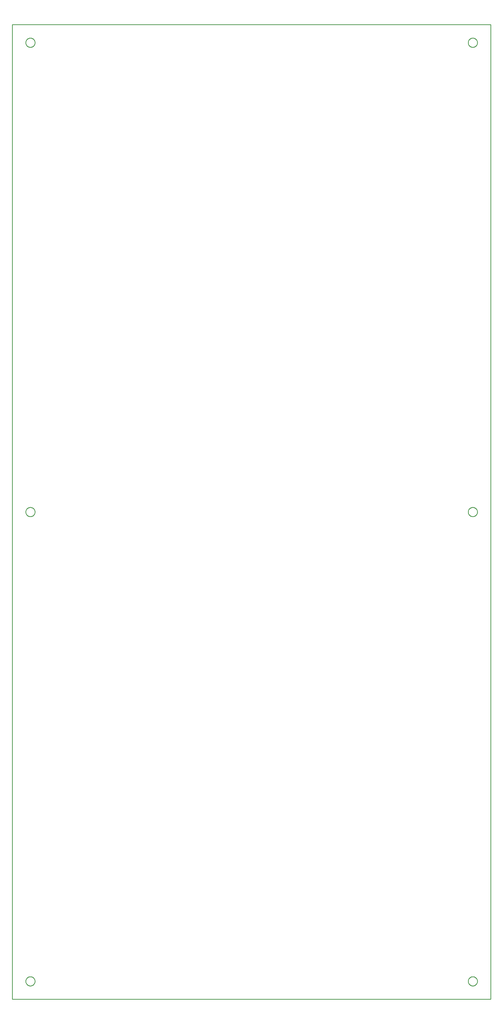
<source format=gbr>
G04 EAGLE Gerber RS-274X export*
G75*
%MOMM*%
%FSLAX34Y34*%
%LPD*%
%IN*%
%IPPOS*%
%AMOC8*
5,1,8,0,0,1.08239X$1,22.5*%
G01*
%ADD10C,0.254000*%


D10*
X0Y0D02*
X1714500Y0D01*
X1714500Y3492500D01*
X0Y3492500D01*
X0Y0D01*
X1666500Y3427460D02*
X1666429Y3426382D01*
X1666288Y3425311D01*
X1666078Y3424251D01*
X1665798Y3423208D01*
X1665451Y3422185D01*
X1665037Y3421187D01*
X1664560Y3420218D01*
X1664019Y3419282D01*
X1663419Y3418384D01*
X1662762Y3417527D01*
X1662049Y3416715D01*
X1661285Y3415951D01*
X1660473Y3415239D01*
X1659616Y3414581D01*
X1658718Y3413981D01*
X1657782Y3413441D01*
X1656813Y3412963D01*
X1655815Y3412549D01*
X1654792Y3412202D01*
X1653749Y3411922D01*
X1652689Y3411712D01*
X1651618Y3411571D01*
X1650540Y3411500D01*
X1649460Y3411500D01*
X1648382Y3411571D01*
X1647311Y3411712D01*
X1646251Y3411922D01*
X1645208Y3412202D01*
X1644185Y3412549D01*
X1643187Y3412963D01*
X1642218Y3413441D01*
X1641282Y3413981D01*
X1640384Y3414581D01*
X1639527Y3415239D01*
X1638715Y3415951D01*
X1637951Y3416715D01*
X1637239Y3417527D01*
X1636581Y3418384D01*
X1635981Y3419282D01*
X1635441Y3420218D01*
X1634963Y3421187D01*
X1634549Y3422185D01*
X1634202Y3423208D01*
X1633922Y3424251D01*
X1633712Y3425311D01*
X1633571Y3426382D01*
X1633500Y3427460D01*
X1633500Y3428540D01*
X1633571Y3429618D01*
X1633712Y3430689D01*
X1633922Y3431749D01*
X1634202Y3432792D01*
X1634549Y3433815D01*
X1634963Y3434813D01*
X1635441Y3435782D01*
X1635981Y3436718D01*
X1636581Y3437616D01*
X1637239Y3438473D01*
X1637951Y3439285D01*
X1638715Y3440049D01*
X1639527Y3440762D01*
X1640384Y3441419D01*
X1641282Y3442019D01*
X1642218Y3442560D01*
X1643187Y3443037D01*
X1644185Y3443451D01*
X1645208Y3443798D01*
X1646251Y3444078D01*
X1647311Y3444288D01*
X1648382Y3444429D01*
X1649460Y3444500D01*
X1650540Y3444500D01*
X1651618Y3444429D01*
X1652689Y3444288D01*
X1653749Y3444078D01*
X1654792Y3443798D01*
X1655815Y3443451D01*
X1656813Y3443037D01*
X1657782Y3442560D01*
X1658718Y3442019D01*
X1659616Y3441419D01*
X1660473Y3440762D01*
X1661285Y3440049D01*
X1662049Y3439285D01*
X1662762Y3438473D01*
X1663419Y3437616D01*
X1664019Y3436718D01*
X1664560Y3435782D01*
X1665037Y3434813D01*
X1665451Y3433815D01*
X1665798Y3432792D01*
X1666078Y3431749D01*
X1666288Y3430689D01*
X1666429Y3429618D01*
X1666500Y3428540D01*
X1666500Y3427460D01*
X81000Y3427460D02*
X80929Y3426382D01*
X80788Y3425311D01*
X80578Y3424251D01*
X80298Y3423208D01*
X79951Y3422185D01*
X79537Y3421187D01*
X79060Y3420218D01*
X78519Y3419282D01*
X77919Y3418384D01*
X77262Y3417527D01*
X76549Y3416715D01*
X75785Y3415951D01*
X74973Y3415239D01*
X74116Y3414581D01*
X73218Y3413981D01*
X72282Y3413441D01*
X71313Y3412963D01*
X70315Y3412549D01*
X69292Y3412202D01*
X68249Y3411922D01*
X67189Y3411712D01*
X66118Y3411571D01*
X65040Y3411500D01*
X63960Y3411500D01*
X62882Y3411571D01*
X61811Y3411712D01*
X60751Y3411922D01*
X59708Y3412202D01*
X58685Y3412549D01*
X57687Y3412963D01*
X56718Y3413441D01*
X55782Y3413981D01*
X54884Y3414581D01*
X54027Y3415239D01*
X53215Y3415951D01*
X52451Y3416715D01*
X51739Y3417527D01*
X51081Y3418384D01*
X50481Y3419282D01*
X49941Y3420218D01*
X49463Y3421187D01*
X49049Y3422185D01*
X48702Y3423208D01*
X48422Y3424251D01*
X48212Y3425311D01*
X48071Y3426382D01*
X48000Y3427460D01*
X48000Y3428540D01*
X48071Y3429618D01*
X48212Y3430689D01*
X48422Y3431749D01*
X48702Y3432792D01*
X49049Y3433815D01*
X49463Y3434813D01*
X49941Y3435782D01*
X50481Y3436718D01*
X51081Y3437616D01*
X51739Y3438473D01*
X52451Y3439285D01*
X53215Y3440049D01*
X54027Y3440762D01*
X54884Y3441419D01*
X55782Y3442019D01*
X56718Y3442560D01*
X57687Y3443037D01*
X58685Y3443451D01*
X59708Y3443798D01*
X60751Y3444078D01*
X61811Y3444288D01*
X62882Y3444429D01*
X63960Y3444500D01*
X65040Y3444500D01*
X66118Y3444429D01*
X67189Y3444288D01*
X68249Y3444078D01*
X69292Y3443798D01*
X70315Y3443451D01*
X71313Y3443037D01*
X72282Y3442560D01*
X73218Y3442019D01*
X74116Y3441419D01*
X74973Y3440762D01*
X75785Y3440049D01*
X76549Y3439285D01*
X77262Y3438473D01*
X77919Y3437616D01*
X78519Y3436718D01*
X79060Y3435782D01*
X79537Y3434813D01*
X79951Y3433815D01*
X80298Y3432792D01*
X80578Y3431749D01*
X80788Y3430689D01*
X80929Y3429618D01*
X81000Y3428540D01*
X81000Y3427460D01*
X1666500Y63960D02*
X1666429Y62882D01*
X1666288Y61811D01*
X1666078Y60751D01*
X1665798Y59708D01*
X1665451Y58685D01*
X1665037Y57687D01*
X1664560Y56718D01*
X1664019Y55782D01*
X1663419Y54884D01*
X1662762Y54027D01*
X1662049Y53215D01*
X1661285Y52451D01*
X1660473Y51739D01*
X1659616Y51081D01*
X1658718Y50481D01*
X1657782Y49941D01*
X1656813Y49463D01*
X1655815Y49049D01*
X1654792Y48702D01*
X1653749Y48422D01*
X1652689Y48212D01*
X1651618Y48071D01*
X1650540Y48000D01*
X1649460Y48000D01*
X1648382Y48071D01*
X1647311Y48212D01*
X1646251Y48422D01*
X1645208Y48702D01*
X1644185Y49049D01*
X1643187Y49463D01*
X1642218Y49941D01*
X1641282Y50481D01*
X1640384Y51081D01*
X1639527Y51739D01*
X1638715Y52451D01*
X1637951Y53215D01*
X1637239Y54027D01*
X1636581Y54884D01*
X1635981Y55782D01*
X1635441Y56718D01*
X1634963Y57687D01*
X1634549Y58685D01*
X1634202Y59708D01*
X1633922Y60751D01*
X1633712Y61811D01*
X1633571Y62882D01*
X1633500Y63960D01*
X1633500Y65040D01*
X1633571Y66118D01*
X1633712Y67189D01*
X1633922Y68249D01*
X1634202Y69292D01*
X1634549Y70315D01*
X1634963Y71313D01*
X1635441Y72282D01*
X1635981Y73218D01*
X1636581Y74116D01*
X1637239Y74973D01*
X1637951Y75785D01*
X1638715Y76549D01*
X1639527Y77262D01*
X1640384Y77919D01*
X1641282Y78519D01*
X1642218Y79060D01*
X1643187Y79537D01*
X1644185Y79951D01*
X1645208Y80298D01*
X1646251Y80578D01*
X1647311Y80788D01*
X1648382Y80929D01*
X1649460Y81000D01*
X1650540Y81000D01*
X1651618Y80929D01*
X1652689Y80788D01*
X1653749Y80578D01*
X1654792Y80298D01*
X1655815Y79951D01*
X1656813Y79537D01*
X1657782Y79060D01*
X1658718Y78519D01*
X1659616Y77919D01*
X1660473Y77262D01*
X1661285Y76549D01*
X1662049Y75785D01*
X1662762Y74973D01*
X1663419Y74116D01*
X1664019Y73218D01*
X1664560Y72282D01*
X1665037Y71313D01*
X1665451Y70315D01*
X1665798Y69292D01*
X1666078Y68249D01*
X1666288Y67189D01*
X1666429Y66118D01*
X1666500Y65040D01*
X1666500Y63960D01*
X81000Y63960D02*
X80929Y62882D01*
X80788Y61811D01*
X80578Y60751D01*
X80298Y59708D01*
X79951Y58685D01*
X79537Y57687D01*
X79060Y56718D01*
X78519Y55782D01*
X77919Y54884D01*
X77262Y54027D01*
X76549Y53215D01*
X75785Y52451D01*
X74973Y51739D01*
X74116Y51081D01*
X73218Y50481D01*
X72282Y49941D01*
X71313Y49463D01*
X70315Y49049D01*
X69292Y48702D01*
X68249Y48422D01*
X67189Y48212D01*
X66118Y48071D01*
X65040Y48000D01*
X63960Y48000D01*
X62882Y48071D01*
X61811Y48212D01*
X60751Y48422D01*
X59708Y48702D01*
X58685Y49049D01*
X57687Y49463D01*
X56718Y49941D01*
X55782Y50481D01*
X54884Y51081D01*
X54027Y51739D01*
X53215Y52451D01*
X52451Y53215D01*
X51739Y54027D01*
X51081Y54884D01*
X50481Y55782D01*
X49941Y56718D01*
X49463Y57687D01*
X49049Y58685D01*
X48702Y59708D01*
X48422Y60751D01*
X48212Y61811D01*
X48071Y62882D01*
X48000Y63960D01*
X48000Y65040D01*
X48071Y66118D01*
X48212Y67189D01*
X48422Y68249D01*
X48702Y69292D01*
X49049Y70315D01*
X49463Y71313D01*
X49941Y72282D01*
X50481Y73218D01*
X51081Y74116D01*
X51739Y74973D01*
X52451Y75785D01*
X53215Y76549D01*
X54027Y77262D01*
X54884Y77919D01*
X55782Y78519D01*
X56718Y79060D01*
X57687Y79537D01*
X58685Y79951D01*
X59708Y80298D01*
X60751Y80578D01*
X61811Y80788D01*
X62882Y80929D01*
X63960Y81000D01*
X65040Y81000D01*
X66118Y80929D01*
X67189Y80788D01*
X68249Y80578D01*
X69292Y80298D01*
X70315Y79951D01*
X71313Y79537D01*
X72282Y79060D01*
X73218Y78519D01*
X74116Y77919D01*
X74973Y77262D01*
X75785Y76549D01*
X76549Y75785D01*
X77262Y74973D01*
X77919Y74116D01*
X78519Y73218D01*
X79060Y72282D01*
X79537Y71313D01*
X79951Y70315D01*
X80298Y69292D01*
X80578Y68249D01*
X80788Y67189D01*
X80929Y66118D01*
X81000Y65040D01*
X81000Y63960D01*
X1666500Y1745710D02*
X1666429Y1744632D01*
X1666288Y1743561D01*
X1666078Y1742501D01*
X1665798Y1741458D01*
X1665451Y1740435D01*
X1665037Y1739437D01*
X1664560Y1738468D01*
X1664019Y1737532D01*
X1663419Y1736634D01*
X1662762Y1735777D01*
X1662049Y1734965D01*
X1661285Y1734201D01*
X1660473Y1733489D01*
X1659616Y1732831D01*
X1658718Y1732231D01*
X1657782Y1731691D01*
X1656813Y1731213D01*
X1655815Y1730799D01*
X1654792Y1730452D01*
X1653749Y1730172D01*
X1652689Y1729962D01*
X1651618Y1729821D01*
X1650540Y1729750D01*
X1649460Y1729750D01*
X1648382Y1729821D01*
X1647311Y1729962D01*
X1646251Y1730172D01*
X1645208Y1730452D01*
X1644185Y1730799D01*
X1643187Y1731213D01*
X1642218Y1731691D01*
X1641282Y1732231D01*
X1640384Y1732831D01*
X1639527Y1733489D01*
X1638715Y1734201D01*
X1637951Y1734965D01*
X1637239Y1735777D01*
X1636581Y1736634D01*
X1635981Y1737532D01*
X1635441Y1738468D01*
X1634963Y1739437D01*
X1634549Y1740435D01*
X1634202Y1741458D01*
X1633922Y1742501D01*
X1633712Y1743561D01*
X1633571Y1744632D01*
X1633500Y1745710D01*
X1633500Y1746790D01*
X1633571Y1747868D01*
X1633712Y1748939D01*
X1633922Y1749999D01*
X1634202Y1751042D01*
X1634549Y1752065D01*
X1634963Y1753063D01*
X1635441Y1754032D01*
X1635981Y1754968D01*
X1636581Y1755866D01*
X1637239Y1756723D01*
X1637951Y1757535D01*
X1638715Y1758299D01*
X1639527Y1759012D01*
X1640384Y1759669D01*
X1641282Y1760269D01*
X1642218Y1760810D01*
X1643187Y1761287D01*
X1644185Y1761701D01*
X1645208Y1762048D01*
X1646251Y1762328D01*
X1647311Y1762538D01*
X1648382Y1762679D01*
X1649460Y1762750D01*
X1650540Y1762750D01*
X1651618Y1762679D01*
X1652689Y1762538D01*
X1653749Y1762328D01*
X1654792Y1762048D01*
X1655815Y1761701D01*
X1656813Y1761287D01*
X1657782Y1760810D01*
X1658718Y1760269D01*
X1659616Y1759669D01*
X1660473Y1759012D01*
X1661285Y1758299D01*
X1662049Y1757535D01*
X1662762Y1756723D01*
X1663419Y1755866D01*
X1664019Y1754968D01*
X1664560Y1754032D01*
X1665037Y1753063D01*
X1665451Y1752065D01*
X1665798Y1751042D01*
X1666078Y1749999D01*
X1666288Y1748939D01*
X1666429Y1747868D01*
X1666500Y1746790D01*
X1666500Y1745710D01*
X81000Y1745710D02*
X80929Y1744632D01*
X80788Y1743561D01*
X80578Y1742501D01*
X80298Y1741458D01*
X79951Y1740435D01*
X79537Y1739437D01*
X79060Y1738468D01*
X78519Y1737532D01*
X77919Y1736634D01*
X77262Y1735777D01*
X76549Y1734965D01*
X75785Y1734201D01*
X74973Y1733489D01*
X74116Y1732831D01*
X73218Y1732231D01*
X72282Y1731691D01*
X71313Y1731213D01*
X70315Y1730799D01*
X69292Y1730452D01*
X68249Y1730172D01*
X67189Y1729962D01*
X66118Y1729821D01*
X65040Y1729750D01*
X63960Y1729750D01*
X62882Y1729821D01*
X61811Y1729962D01*
X60751Y1730172D01*
X59708Y1730452D01*
X58685Y1730799D01*
X57687Y1731213D01*
X56718Y1731691D01*
X55782Y1732231D01*
X54884Y1732831D01*
X54027Y1733489D01*
X53215Y1734201D01*
X52451Y1734965D01*
X51739Y1735777D01*
X51081Y1736634D01*
X50481Y1737532D01*
X49941Y1738468D01*
X49463Y1739437D01*
X49049Y1740435D01*
X48702Y1741458D01*
X48422Y1742501D01*
X48212Y1743561D01*
X48071Y1744632D01*
X48000Y1745710D01*
X48000Y1746790D01*
X48071Y1747868D01*
X48212Y1748939D01*
X48422Y1749999D01*
X48702Y1751042D01*
X49049Y1752065D01*
X49463Y1753063D01*
X49941Y1754032D01*
X50481Y1754968D01*
X51081Y1755866D01*
X51739Y1756723D01*
X52451Y1757535D01*
X53215Y1758299D01*
X54027Y1759012D01*
X54884Y1759669D01*
X55782Y1760269D01*
X56718Y1760810D01*
X57687Y1761287D01*
X58685Y1761701D01*
X59708Y1762048D01*
X60751Y1762328D01*
X61811Y1762538D01*
X62882Y1762679D01*
X63960Y1762750D01*
X65040Y1762750D01*
X66118Y1762679D01*
X67189Y1762538D01*
X68249Y1762328D01*
X69292Y1762048D01*
X70315Y1761701D01*
X71313Y1761287D01*
X72282Y1760810D01*
X73218Y1760269D01*
X74116Y1759669D01*
X74973Y1759012D01*
X75785Y1758299D01*
X76549Y1757535D01*
X77262Y1756723D01*
X77919Y1755866D01*
X78519Y1754968D01*
X79060Y1754032D01*
X79537Y1753063D01*
X79951Y1752065D01*
X80298Y1751042D01*
X80578Y1749999D01*
X80788Y1748939D01*
X80929Y1747868D01*
X81000Y1746790D01*
X81000Y1745710D01*
M02*

</source>
